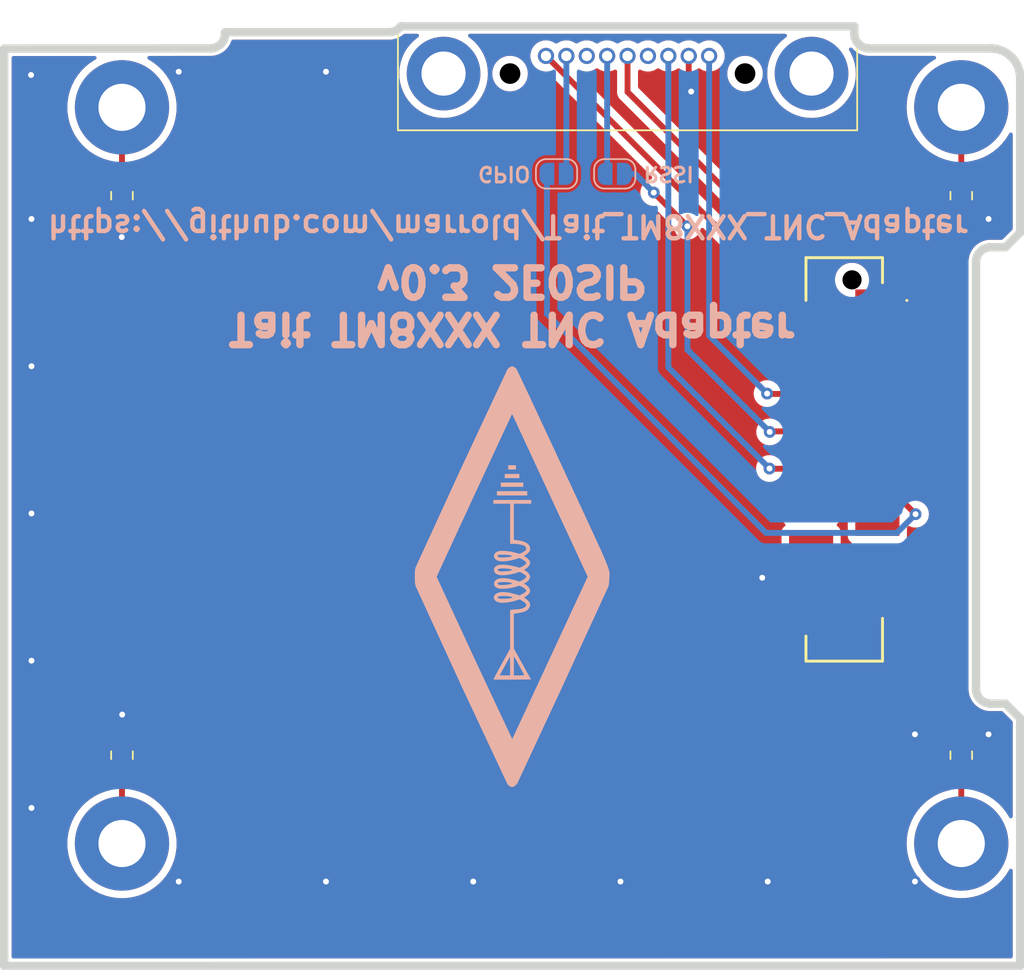
<source format=kicad_pcb>
(kicad_pcb (version 20211014) (generator pcbnew)
  (layers (0 "F.Cu" signal) (31 "B.Cu" signal) (34 "B.Paste" user) (35 "F.Paste" user) (36 "B.SilkS" user "B.Silkscreen") (37 "F.SilkS" user "F.Silkscreen") (38 "B.Mask" user) (39 "F.Mask" user) (44 "Edge.Cuts" user))
  (net 0 "")
  (net 1 "/GPIO")
  (net 2 "GND")
  (net 3 "Net-(J1-Pad9)")
  (net 4 "/RX_AUDIO")
  (net 5 "/TX_AUDIO")
  (net 6 "/PTT")
  (net 7 "/BUSY")
  (net 10 "Net-(C4-Pad1)")
  (net 11 "Net-(C5-Pad1)")
  (net 12 "Net-(C6-Pad1)")
  (net 13 "Net-(C7-Pad1)")
  (net 20 "Net-(J1-Pad8)")
  (net 22 "/RSSI")
  (footprint "AliExpress_Stuff:DB9_Ultra-Thin_Male" (layer "F.Cu") (at 188.211525 51.35693)
    (fp_text reference "J1" hide)
    (fp_text value "DB9_Male")
  )
  (footprint "MountingHole:MountingHole_3.2mm_M3_Pad" (layer "F.Cu") (at 210.876503 53.647987)
    (fp_text reference "H4" hide)
    (fp_text value "MountingHole_Pad" hide)
  )
  (footprint "MountingHole:MountingHole_3.2mm_M3_Pad" (layer "F.Cu") (at 153.876015 103.647461)
    (fp_text reference "H2" hide)
    (fp_text value "MountingHole_Pad" hide)
  )
  (footprint "Capacitor_SMD:C_0805_2012Metric_Pad1.18x1.45mm_HandSolder" (layer "F.Cu") (at 210.876503 59.647987 -90)
    (fp_text reference "C7" hide)
    (fp_text value "C")
  )
  (footprint "MountingHole:MountingHole_3.2mm_M3_Pad" (layer "F.Cu") (at 210.876503 103.647461)
    (fp_text reference "H3" hide)
    (fp_text value "MountingHole_Pad" hide)
  )
  (footprint "Capacitor_SMD:C_0805_2012Metric_Pad1.18x1.45mm_HandSolder" (layer "F.Cu") (at 153.876015 59.647987 -90)
    (fp_text reference "C4" hide)
    (fp_text value "C")
  )
  (footprint "Capacitor_SMD:C_0805_2012Metric_Pad1.18x1.45mm_HandSolder" (layer "F.Cu") (at 153.876015 97.647461 90)
    (fp_text reference "C5" hide)
    (fp_text value "C")
  )
  (footprint "Capacitor_SMD:C_0805_2012Metric_Pad1.18x1.45mm_HandSolder" (layer "F.Cu") (at 210.876503 97.647461 90)
    (fp_text reference "C6" hide)
    (fp_text value "C")
  )
  (footprint "MountingHole:MountingHole_3.2mm_M3_Pad" (layer "F.Cu") (at 153.876015 53.647987)
    (fp_text reference "H1" hide)
    (fp_text value "MountingHole_Pad" hide)
  )
  (footprint "AliExpress_Stuff:MicroMatch-18p-SMD" (layer "F.Cu") (at 202.927681 77.559528 -90)
    (fp_text reference "J2" hide)
    (fp_text value "Conn_02x09_Odd_Even" hide)
  )
  (footprint "Jumper:SolderJumper-2_P1.3mm_Open_RoundedPad1.0x1.5mm" (layer "B.Cu") (at 183.388 58.166)
    (fp_text reference "JP1" hide)
    (fp_text value "SolderJumper_2_Open")
  )
  (footprint "Jumper:SolderJumper-2_P1.3mm_Open_RoundedPad1.0x1.5mm" (layer "B.Cu") (at 187.34 58.166)
    (fp_text reference "JP2" hide)
    (fp_text value "SolderJumper_2_Open")
  )
  (gr_poly (pts (xy 179.871514 78.545772) (xy 180.866267 78.545772) (xy 180.866267 78.831846) (xy 179.871514 78.831846)) (layer "B.SilkS") (width 0) (fill solid))
  (gr_poly (pts (xy 179.604946 79.13092) (xy 181.132834 79.13092) (xy 181.132834 79.423496) (xy 179.604946 79.423496)) (layer "B.SilkS") (width 0) (fill solid))
  (gr_poly (pts (xy 179.338377 79.71607) (xy 181.399402 79.71607) (xy 181.399402 80.008644) (xy 179.338377 80.008644)) (layer "B.SilkS") (width 0) (fill solid))
  (gr_poly (pts (xy 180.368796 99.810664) (xy 180.357359 99.809848) (xy 180.345752 99.808444) (xy 180.322102 99.803914) (xy 180.297994 99.797158) (xy 180.273576 99.788261) (xy 180.248997 99.777304) (xy 180.224404 99.764374) (xy 180.199946 99.749552) (xy 180.175772 99.732924) (xy 180.152028 99.714574) (xy 180.128865 99.694584) (xy 180.106429 99.673039) (xy 180.084869 99.650023) (xy 180.064334 99.625619) (xy 180.044971 99.599912) (xy 176.909788 92.903785) (xy 173.81725 86.164871) (xy 173.809169 86.13495) (xy 173.8019 86.1059) (xy 173.795401 86.077251) (xy 173.789635 86.048532) (xy 173.784559 86.019276) (xy 173.780135 85.989012) (xy 173.776322 85.957272) (xy 173.773081 85.923585) (xy 173.770371 85.887483) (xy 173.768152 85.848496) (xy 173.766384 85.806155) (xy 173.765027 85.75999) (xy 173.763387 85.654312) (xy 173.762912 85.527708) (xy 173.763387 85.401103) (xy 173.765027 85.295425) (xy 173.768152 85.206919) (xy 173.773081 85.13183) (xy 173.780135 85.066403) (xy 173.789635 85.006884) (xy 173.8019 84.949516) (xy 173.81725 84.890546) (xy 176.910777 78.149519) (xy 180.04755 71.451913) (xy 180.062445 71.432477) (xy 180.079389 71.413024) (xy 180.098109 71.393728) (xy 180.118336 71.374765) (xy 180.139797 71.356311) (xy 180.162221 71.338541) (xy 180.185338 71.321631) (xy 180.208875 71.305756) (xy 180.232561 71.291091) (xy 180.256126 71.277813) (xy 180.279297 71.266096) (xy 180.301803 71.256116) (xy 180.323374 71.248048) (xy 180.343738 71.242068) (xy 180.353382 71.239916) (xy 180.362623 71.238351) (xy 180.371426 71.237397) (xy 180.379758 71.237073) (xy 180.384069 71.237323) (xy 180.389182 71.238056) (xy 180.39503 71.239248) (xy 180.401549 71.240874) (xy 180.408671 71.242909) (xy 180.416332 71.245328) (xy 180.424466 71.248107) (xy 180.433007 71.251221) (xy 180.441888 71.254646) (xy 180.451045 71.258357) (xy 180.460411 71.262328) (xy 180.469921 71.266536) (xy 180.479509 71.270956) (xy 180.489109 71.275562) (xy 180.498655 71.280331) (xy 180.508081 71.285238) (xy 180.508081 71.285242) (xy 180.517716 71.290674) (xy 180.527876 71.296989) (xy 180.538473 71.304107) (xy 180.549422 71.311953) (xy 180.560635 71.32045) (xy 180.572026 71.329521) (xy 180.583509 71.33909) (xy 180.594997 71.34908) (xy 180.606404 71.359413) (xy 180.617643 71.370013) (xy 180.628629 71.380804) (xy 180.639273 71.391709) (xy 180.649491 71.402651) (xy 180.659195 71.413553) (xy 180.668299 71.424338) (xy 180.676717 71.43493) (xy 180.948851 71.99527) (xy 181.632136 73.445896) (xy 183.819646 78.138202) (xy 185.787773 82.378821) (xy 186.357482 83.623457) (xy 186.714698 84.435706) (xy 186.907231 84.929113) (xy 186.98289 85.217223) (xy 186.989483 85.413582) (xy 186.981741 85.528754) (xy 185.502832 85.528754) (xy 183.045497 80.235885) (xy 180.480311 74.709384) (xy 180.44553 74.634475) (xy 180.418653 74.578538) (xy 180.407706 74.557121) (xy 180.398169 74.53977) (xy 180.389853 74.52626) (xy 180.38257 74.516367) (xy 180.376131 74.509864) (xy 180.373168 74.507813) (xy 180.370346 74.506526) (xy 180.367641 74.505973) (xy 180.365029 74.506127) (xy 180.362486 74.50696) (xy 180.359989 74.508443) (xy 180.355038 74.513247) (xy 180.349988 74.520315) (xy 180.34465 74.52942) (xy 180.338835 74.540338) (xy 177.775621 80.053318) (xy 175.246027 85.527711) (xy 177.806087 91.066405) (xy 180.379192 96.54871) (xy 181.142104 94.918852) (xy 182.950288 91.02863) (xy 185.502832 85.528754) (xy 186.981741 85.528754) (xy 186.974818 85.631736) (xy 186.971041 85.720691) (xy 186.966132 85.805522) (xy 186.960183 85.885335) (xy 186.953289 85.959237) (xy 186.945541 86.026335) (xy 186.937032 86.085736) (xy 186.927855 86.136547) (xy 186.918102 86.177874) (xy 183.902576 92.737826) (xy 180.760369 99.488708) (xy 180.742782 99.520492) (xy 180.724256 99.551052) (xy 180.704874 99.580309) (xy 180.684717 99.60819) (xy 180.663869 99.634619) (xy 180.642411 99.659519) (xy 180.620427 99.682816) (xy 180.597999 99.704433) (xy 180.575209 99.724296) (xy 180.552139 99.742327) (xy 180.528872 99.758453) (xy 180.505491 99.772596) (xy 180.482078 99.784682) (xy 180.458716 99.794635) (xy 180.435486 99.802379) (xy 180.412472 99.807839) (xy 180.401901 99.809479) (xy 180.391085 99.81049) (xy 180.380044 99.810881)) (layer "B.SilkS") (width 0) (fill solid))
  (gr_poly (pts (xy 180.105574 77.95412) (xy 180.632207 77.95412) (xy 180.632207 78.246696) (xy 180.105574 78.246696)) (layer "B.SilkS") (width 0) (fill solid))
  (gr_poly (pts (xy 179.487404 92.517129) (xy 179.209549 92.513954) (xy 179.132231 92.511424) (xy 179.103014 92.508303) (xy 179.102918 92.506098) (xy 179.104308 92.501233) (xy 179.111407 92.483793) (xy 179.141879 92.419964) (xy 179.192143 92.321141) (xy 179.259914 92.191652) (xy 179.342906 92.035821) (xy 179.438832 91.857976) (xy 179.660345 91.453545) (xy 180.234198 90.41531) (xy 180.234198 87.788577) (xy 180.349132 87.76559) (xy 180.376119 87.760973) (xy 180.408831 87.756665) (xy 180.446014 87.752761) (xy 180.486414 87.749356) (xy 180.528775 87.746543) (xy 180.571842 87.744417) (xy 180.614362 87.743073) (xy 180.655077 87.742604) (xy 180.700468 87.741603) (xy 180.746917 87.738679) (xy 180.794016 87.733951) (xy 180.841357 87.727537) (xy 180.888529 87.719555) (xy 180.935124 87.710124) (xy 180.980733 87.699361) (xy 181.024946 87.687385) (xy 181.067354 87.674315) (xy 181.107549 87.660268) (xy 181.145122 87.645363) (xy 181.179662 87.629718) (xy 181.210761 87.613452) (xy 181.23801 87.596683) (xy 181.260999 87.579528) (xy 181.279321 87.562108) (xy 181.288878 87.551095) (xy 181.297524 87.540173) (xy 181.305254 87.52933) (xy 181.312064 87.518556) (xy 181.317947 87.507841) (xy 181.322899 87.497172) (xy 181.326914 87.486539) (xy 181.329988 87.475932) (xy 181.332114 87.46534) (xy 181.333289 87.45475) (xy 181.333507 87.444154) (xy 181.332762 87.433539) (xy 181.33105 87.422896) (xy 181.328365 87.412212) (xy 181.324702 87.401478) (xy 181.320056 87.390681) (xy 181.314423 87.379813) (xy 181.307796 87.368861) (xy 181.30017 87.357814) (xy 181.291541 87.346663) (xy 181.281903 87.335395) (xy 181.271251 87.324) (xy 181.25958 87.312468) (xy 181.246885 87.300787) (xy 181.233161 87.288946) (xy 181.218402 87.276935) (xy 181.202603 87.264743) (xy 181.185759 87.252358) (xy 181.148917 87.226969) (xy 181.107832 87.20068) (xy 180.896489 87.069786) (xy 180.629707 87.147483) (xy 180.480612 87.188508) (xy 180.337759 87.222986) (xy 180.20143 87.250941) (xy 180.071908 87.272395) (xy 179.949475 87.28737) (xy 179.834413 87.295888) (xy 179.727005 87.297972) (xy 179.627533 87.293644) (xy 179.536279 87.282925) (xy 179.453525 87.265839) (xy 179.379554 87.242408) (xy 179.314648 87.212653) (xy 179.259088 87.176598) (xy 179.234902 87.156215) (xy 179.213158 87.134264) (xy 179.193893 87.11075) (xy 179.17714 87.085674) (xy 179.162936 87.05904) (xy 179.151316 87.03085) (xy 179.146434 87.0162) (xy 179.14228 87.001703) (xy 179.138851 86.987361) (xy 179.136146 86.973177) (xy 179.134165 86.959153) (xy 179.132905 86.94529) (xy 179.132367 86.931592) (xy 179.13255 86.918059) (xy 179.133451 86.904694) (xy 179.13507 86.891499) (xy 179.137406 86.878476) (xy 179.140457 86.865627) (xy 179.144224 86.852955) (xy 179.148704 86.840461) (xy 179.153896 86.828147) (xy 179.1598 86.816016) (xy 179.166415 86.80407) (xy 179.173739 86.79231) (xy 179.181771 86.780738) (xy 179.19051 86.769358) (xy 179.199955 86.75817) (xy 179.210105 86.747178) (xy 179.220959 86.736382) (xy 179.232516 86.725785) (xy 179.244774 86.71539) (xy 179.257734 86.705198) (xy 179.28575 86.685432) (xy 179.316556 86.666503) (xy 179.350143 86.648429) (xy 179.399736 86.626055) (xy 179.452837 86.607231) (xy 179.509554 86.591964) (xy 179.569997 86.580261) (xy 179.634274 86.572127) (xy 179.702495 86.567568) (xy 179.774767 86.56659) (xy 179.8512 86.569201) (xy 179.931904 86.575404) (xy 180.016986 86.585208) (xy 180.106556 86.598618) (xy 180.200722 86.615639) (xy 180.299594 86.636279) (xy 180.403281 86.660543) (xy 180.51189 86.688437) (xy 180.625533 86.719967) (xy 180.888141 86.795342) (xy 181.082281 86.689703) (xy 181.12683 86.664928) (xy 181.16663 86.641599) (xy 181.20178 86.619562) (xy 181.232379 86.598662) (xy 181.258526 86.578742) (xy 181.280322 86.559649) (xy 181.289619 86.550363) (xy 181.297866 86.541226) (xy 181.305075 86.532217) (xy 181.311258 86.523318) (xy 181.316427 86.514509) (xy 181.320596 86.50577) (xy 181.323777 86.497082) (xy 181.325981 86.488426) (xy 181.327223 86.479783) (xy 181.327513 86.471132) (xy 181.326865 86.462454) (xy 181.32529 86.453731) (xy 181.322802 86.444942) (xy 181.319413 86.436069) (xy 181.315135 86.427091) (xy 181.309981 86.41799) (xy 181.303963 86.408745) (xy 181.297094 86.399338) (xy 181.28085 86.37996) (xy 181.272622 86.371389) (xy 181.262873 86.362171) (xy 181.251727 86.35239) (xy 181.239311 86.342133) (xy 181.22575 86.331484) (xy 181.211168 86.32053) (xy 181.195691 86.309356) (xy 181.179443 86.298047) (xy 181.162551 86.28669) (xy 181.145139 86.275369) (xy 181.127332 86.26417) (xy 181.109256 86.25318) (xy 181.091035 86.242483) (xy 181.072795 86.232165) (xy 181.054661 86.222311) (xy 181.036758 86.213008) (xy 180.981477 86.185482) (xy 180.958075 86.174512) (xy 180.936934 86.165351) (xy 180.917632 86.15796) (xy 180.899746 86.1523) (xy 180.891202 86.150107) (xy 180.882854 86.148331) (xy 180.874648 86.146969) (xy 180.866531 86.146015) (xy 180.858452 86.145464) (xy 180.850357 86.145312) (xy 180.842192 86.145552) (xy 180.833907 86.146182) (xy 180.816759 86.148586) (xy 180.798489 86.152485) (xy 180.778677 86.15784) (xy 180.756897 86.164612) (xy 180.705748 86.182247) (xy 180.618287 86.211151) (xy 180.526264 86.237494) (xy 180.430737 86.26119) (xy 180.332765 86.282155) (xy 180.233408 86.300305) (xy 180.133724 86.315556) (xy 180.034772 86.327823) (xy 179.937612 86.337022) (xy 179.843303 86.343068) (xy 179.752903 86.345878) (xy 179.667472 86.345367) (xy 179.588068 86.34145) (xy 179.515751 86.334044) (xy 179.45158 86.323064) (xy 179.396613 86.308425) (xy 179.35191 86.290044) (xy 179.330945 86.278716) (xy 179.311034 86.266968) (xy 179.29218 86.254817) (xy 179.274388 86.242277) (xy 179.257661 86.229366) (xy 179.242004 86.216098) (xy 179.227422 86.202491) (xy 179.213918 86.18856) (xy 179.201496 86.17432) (xy 179.19016 86.159789) (xy 179.179916 86.144981) (xy 179.170766 86.129913) (xy 179.162715 86.114601) (xy 179.155767 86.09906) (xy 179.149927 86.083308) (xy 179.145197 86.067358) (xy 179.141584 86.051229) (xy 179.13909 86.034935) (xy 179.13772 86.018493) (xy 179.137478 86.001918) (xy 179.138369 85.985226) (xy 179.140395 85.968434) (xy 179.143562 85.951557) (xy 179.147874 85.934612) (xy 179.153335 85.917613) (xy 179.159948 85.900578) (xy 179.167718 85.883523) (xy 179.17665 85.866462) (xy 179.186747 85.849412) (xy 179.198014 85.83239) (xy 179.210454 85.81541) (xy 179.224073 85.79849) (xy 179.242534 85.778187) (xy 179.262695 85.759126) (xy 179.284542 85.741308) (xy 179.308062 85.724732) (xy 179.33324 85.7094) (xy 179.360063 85.695312) (xy 179.388516 85.682467) (xy 179.418586 85.670866) (xy 179.450258 85.66051) (xy 179.483519 85.651399) (xy 179.518355 85.643534) (xy 179.554751 85.636913) (xy 179.592695 85.631539) (xy 179.632171 85.62741) (xy 179.715668 85.622893) (xy 179.805129 85.623365) (xy 179.900443 85.628828) (xy 180.001499 85.639284) (xy 180.108185 85.654737) (xy 180.220391 85.675189) (xy 180.338003 85.700643) (xy 180.460912 85.7311) (xy 180.589006 85.766565) (xy 180.888644 85.853646) (xy 181.048741 85.772245) (xy 181.082371 85.754267) (xy 181.116586 85.734353) (xy 181.150434 85.713164) (xy 181.182963 85.69136) (xy 181.213221 85.669601) (xy 181.240256 85.648548) (xy 181.252268 85.638493) (xy 181.263117 85.628862) (xy 181.272683 85.619737) (xy 181.280849 85.611202) (xy 181.289241 85.60161) (xy 181.296843 85.592244) (xy 181.303642 85.58308) (xy 181.309625 85.574098) (xy 181.314778 85.565274) (xy 181.319086 85.556588) (xy 181.322537 85.548017) (xy 181.325116 85.539539) (xy 181.326809 85.531133) (xy 181.327604 85.522776) (xy 181.327485 85.514447) (xy 181.32644 85.506123) (xy 181.324454 85.497783) (xy 181.321514 85.489405) (xy 181.317606 85.480967) (xy 181.312716 85.472446) (xy 181.306831 85.463822) (xy 181.299935 85.455072) (xy 181.292017 85.446173) (xy 181.283062 85.437105) (xy 181.273056 85.427846) (xy 181.261985 85.418372) (xy 181.249836 85.408664) (xy 181.236595 85.398697) (xy 181.222248 85.388451) (xy 181.206782 85.377904) (xy 181.190181 85.367034) (xy 181.172434 85.355818) (xy 181.133443 85.332264) (xy 181.089697 85.307065) (xy 180.900837 85.200367) (xy 180.650269 85.27372) (xy 180.535597 85.305691) (xy 180.422954 85.33394) (xy 180.31275 85.35845) (xy 180.205395 85.379204) (xy 180.101302 85.396186) (xy 180.00088 85.409378) (xy 179.904541 85.418765) (xy 179.812695 85.424328) (xy 179.725754 85.426052) (xy 179.644128 85.42392) (xy 179.568228 85.417915) (xy 179.498466 85.40802) (xy 179.435251 85.394218) (xy 179.378996 85.376493) (xy 179.33011 85.354828) (xy 179.289005 85.329206) (xy 179.269517 85.313942) (xy 179.251356 85.298184) (xy 179.234521 85.28197) (xy 179.219011 85.265337) (xy 179.204822 85.248325) (xy 179.191953 85.230971) (xy 179.180404 85.213312) (xy 179.170171 85.195387) (xy 179.161253 85.177233) (xy 179.153648 85.158889) (xy 179.147354 85.140392) (xy 179.142371 85.12178) (xy 179.138694 85.103092) (xy 179.136324 85.084365) (xy 179.135258 85.065636) (xy 179.135495 85.046945) (xy 179.137032 85.028328) (xy 179.139867 85.009824) (xy 179.144 84.991471) (xy 179.149428 84.973307) (xy 179.156149 84.955369) (xy 179.164161 84.937695) (xy 179.173464 84.920324) (xy 179.184054 84.903293) (xy 179.195931 84.88664) (xy 179.209091 84.870403) (xy 179.223535 84.85462) (xy 179.239259 84.839329) (xy 179.256262 84.824568) (xy 179.274542 84.810375) (xy 179.294097 84.796787) (xy 179.314926 84.783843) (xy 179.333714 84.773662) (xy 179.354142 84.764212) (xy 179.399736 84.747499) (xy 179.451339 84.733692) (xy 179.508584 84.722783) (xy 179.571101 84.714761) (xy 179.638522 84.709618) (xy 179.710478 84.707344) (xy 179.7866 84.707929) (xy 179.86652 84.711364) (xy 179.94987 84.71764) (xy 180.03628 84.726746) (xy 180.125382 84.738674) (xy 180.216807 84.753414) (xy 180.310187 84.770956) (xy 180.405153 84.791291) (xy 180.501336 84.81441) (xy 180.897201 84.914767) (xy 181.086811 84.811554) (xy 181.130563 84.787196) (xy 181.169657 84.764225) (xy 181.204187 84.74249) (xy 181.234247 84.721843) (xy 181.259933 84.702133) (xy 181.281339 84.683209) (xy 181.290467 84.673995) (xy 181.29856 84.664922) (xy 181.305631 84.65597) (xy 181.311691 84.647122) (xy 181.316752 84.638357) (xy 181.320825 84.629658) (xy 181.323924 84.621006) (xy 181.326059 84.612381) (xy 181.327243 84.603766) (xy 181.327487 84.595141) (xy 181.326803 84.586487) (xy 181.325204 84.577787) (xy 181.322699 84.56902) (xy 181.319303 84.560169) (xy 181.315026 84.551215) (xy 181.309881 84.542138) (xy 181.303879 84.532921) (xy 181.297031 84.523543) (xy 181.280849 84.504235) (xy 181.272636 84.495672) (xy 181.26293 84.486477) (xy 181.251856 84.476732) (xy 181.239537 84.466524) (xy 181.226097 84.455937) (xy 181.211659 84.445056) (xy 181.196348 84.433966) (xy 181.180286 84.422751) (xy 181.163598 84.411497) (xy 181.146407 84.400289) (xy 181.128837 84.38921) (xy 181.111011 84.378347) (xy 181.093054 84.367783) (xy 181.075089 84.357605) (xy 181.057239 84.347895) (xy 181.039628 84.338741) (xy 180.870419 84.252929) (xy 180.592136 84.341302) (xy 180.518644 84.363557) (xy 180.44382 84.38413) (xy 180.368105 84.402969) (xy 180.291941 84.420023) (xy 180.215768 84.435242) (xy 180.14003 84.448575) (xy 180.065168 84.45997) (xy 179.991622 84.469376) (xy 179.919836 84.476743) (xy 179.85025 84.48202) (xy 179.783307 84.485156) (xy 179.719447 84.486099) (xy 179.659112 84.484798) (xy 179.602745 84.481204) (xy 179.550787 84.475264) (xy 179.503678 84.466928) (xy 179.466302 84.457883) (xy 179.430821 84.447242) (xy 179.397257 84.435095) (xy 179.36563 84.421529) (xy 179.335963 84.406634) (xy 179.308275 84.390497) (xy 179.282588 84.373207) (xy 179.258922 84.354854) (xy 179.237299 84.335525) (xy 179.21774 84.315309) (xy 179.200265 84.294295) (xy 179.184895 84.272571) (xy 179.171652 84.250225) (xy 179.160556 84.227348) (xy 179.151628 84.204026) (xy 179.14489 84.180348) (xy 179.140361 84.156404) (xy 179.138064 84.132281) (xy 179.138019 84.108069) (xy 179.140247 84.083855) (xy 179.144769 84.059729) (xy 179.151606 84.035778) (xy 179.160779 84.012092) (xy 179.172309 83.98876) (xy 179.186216 83.965868) (xy 179.202523 83.943508) (xy 179.221249 83.921765) (xy 179.242416 83.900731) (xy 179.266044 83.880492) (xy 179.292155 83.861138) (xy 179.32077 83.842757) (xy 179.351909 83.825437) (xy 179.372458 83.81589) (xy 179.395371 83.80724) (xy 179.447917 83.792605) (xy 179.508798 83.781475) (xy 179.577268 83.773793) (xy 179.652579 83.769503) (xy 179.733984 83.768546) (xy 179.820734 83.770867) (xy 179.912082 83.776407) (xy 180.007281 83.78511) (xy 180.105584 83.796919) (xy 180.206242 83.811777) (xy 180.308508 83.829626) (xy 180.411634 83.85041) (xy 180.514874 83.874071) (xy 180.617479 83.900553) (xy 180.718702 83.929798) (xy 180.774493 83.94632) (xy 180.79808 83.952574) (xy 180.819417 83.957401) (xy 180.838971 83.960734) (xy 180.848225 83.96182) (xy 180.857208 83.962507) (xy 180.865979 83.962788) (xy 180.874597 83.962655) (xy 180.883118 83.962098) (xy 180.891602 83.961109) (xy 180.900108 83.959681) (xy 180.908693 83.957805) (xy 180.917415 83.955473) (xy 180.926334 83.952675) (xy 180.944994 83.945654) (xy 180.965139 83.936674) (xy 180.987236 83.92567) (xy 181.011752 83.912574) (xy 181.069909 83.879844) (xy 181.106916 83.858084) (xy 181.143345 83.835489) (xy 181.178263 83.812717) (xy 181.210735 83.790427) (xy 181.239829 83.769279) (xy 181.264611 83.749929) (xy 181.275093 83.741135) (xy 181.284147 83.733037) (xy 181.291656 83.725719) (xy 181.297504 83.719263) (xy 181.303703 83.711189) (xy 181.309208 83.702766) (xy 181.31403 83.694023) (xy 181.318177 83.684985) (xy 181.32166 83.675682) (xy 181.324486 83.666141) (xy 181.326666 83.65639) (xy 181.328209 83.646456) (xy 181.329124 83.636367) (xy 181.329421 83.62615) (xy 181.329109 83.615834) (xy 181.328197 83.605446) (xy 181.326694 83.595013) (xy 181.32461 83.584564) (xy 181.321955 83.574125) (xy 181.318737 83.563726) (xy 181.314966 83.553392) (xy 181.310651 83.543153) (xy 181.305802 83.533036) (xy 181.300427 83.523067) (xy 181.294537 83.513276) (xy 181.28814 83.50369) (xy 181.281246 83.494336) (xy 181.273864 83.485242) (xy 181.266004 83.476436) (xy 181.257675 83.467946) (xy 181.248886 83.459798) (xy 181.239646 83.452021) (xy 181.229965 83.444643) (xy 181.219852 83.437691) (xy 181.209317 83.431193) (xy 181.198368 83.425176) (xy 181.170354 83.412067) (xy 181.137731 83.399228) (xy 181.100949 83.38674) (xy 181.060455 83.374681) (xy 181.016698 83.363131) (xy 180.970125 83.352169) (xy 180.921184 83.341875) (xy 180.870324 83.332328) (xy 180.817993 83.323606) (xy 180.764638 83.31579) (xy 180.710708 83.308959) (xy 180.656652 83.303192) (xy 180.602916 83.298569) (xy 180.549949 83.295168) (xy 180.498199 83.293069) (xy 180.448114 83.292352) (xy 180.234197 83.292352) (xy 180.234197 80.570714) (xy 179.094051 80.570714) (xy 179.094051 80.313262) (xy 181.668573 80.313262) (xy 181.668574 80.441986) (xy 181.668574 80.570713) (xy 180.491649 80.570713) (xy 180.491649 83.0186) (xy 180.800118 83.060663) (xy 180.893154 83.075274) (xy 180.98081 83.092967) (xy 181.063 83.113681) (xy 181.139639 83.137354) (xy 181.21064 83.163925) (xy 181.275918 83.193332) (xy 181.335387 83.225514) (xy 181.38896 83.260409) (xy 181.436553 83.297956) (xy 181.478079 83.338093) (xy 181.49654 83.359113) (xy 181.513452 83.380758) (xy 181.528804 83.40302) (xy 181.542586 83.425891) (xy 181.554786 83.449363) (xy 181.565395 83.473429) (xy 181.574401 83.498081) (xy 181.581794 83.523311) (xy 181.587562 83.549112) (xy 181.591696 83.575476) (xy 181.594184 83.602395) (xy 181.595016 83.629861) (xy 181.594725 83.651336) (xy 181.593806 83.671424) (xy 181.592189 83.690281) (xy 181.589801 83.708063) (xy 181.586574 83.724926) (xy 181.582437 83.741027) (xy 181.577319 83.756521) (xy 181.571149 83.771564) (xy 181.563858 83.786313) (xy 181.555374 83.800923) (xy 181.545627 83.815551) (xy 181.534547 83.830352) (xy 181.522063 83.845483) (xy 181.508105 83.8611) (xy 181.492602 83.877358) (xy 181.475484 83.894414) (xy 181.449613 83.919024) (xy 181.421883 83.944287) (xy 181.393158 83.969483) (xy 181.364302 83.993896) (xy 181.336178 84.016809) (xy 181.309652 84.037503) (xy 181.285585 84.055261) (xy 181.264844 84.069366) (xy 181.193888 84.114824) (xy 180.371364 84.114824) (xy 180.371238 84.113854) (xy 180.370938 84.112889) (xy 180.370461 84.111928) (xy 180.369801 84.110968) (xy 180.368955 84.110009) (xy 180.367917 84.109047) (xy 180.366683 84.108082) (xy 180.365248 84.10711) (xy 180.36176 84.105142) (xy 180.357417 84.103127) (xy 180.352182 84.10105) (xy 180.34602 84.098896) (xy 180.338894 84.096649) (xy 180.330769 84.094294) (xy 180.321609 84.091816) (xy 180.311378 84.089199) (xy 180.287558 84.083487) (xy 180.259023 84.077035) (xy 180.225485 84.069722) (xy 180.142249 84.052019) (xy 180.115724 84.047625) (xy 180.081146 84.043788) (xy 179.992798 84.037796) (xy 179.887132 84.034067) (xy 179.774075 84.032627) (xy 179.663552 84.0335) (xy 179.565491 84.036711) (xy 179.489817 84.042287) (xy 179.463478 84.045968) (xy 179.446459 84.05025) (xy 179.446459 84.050254) (xy 179.439021 84.053362) (xy 179.43212 84.056756) (xy 179.425755 84.060417) (xy 179.419924 84.064325) (xy 179.414623 84.068461) (xy 179.409851 84.072804) (xy 179.405605 84.077335) (xy 179.401883 84.082035) (xy 179.398683 84.086882) (xy 179.396002 84.091859) (xy 179.393837 84.096945) (xy 179.392187 84.10212) (xy 179.391049 84.107364) (xy 179.390421 84.112658) (xy 179.3903 84.117983) (xy 179.390684 84.123318) (xy 179.391571 84.128643) (xy 179.392958 84.13394) (xy 179.394843 84.139187) (xy 179.397224 84.144367) (xy 179.400098 84.149457) (xy 179.403463 84.15444) (xy 179.407317 84.159296) (xy 179.411656 84.164004) (xy 179.41648 84.168544) (xy 179.421785 84.172898) (xy 179.42757 84.177045) (xy 179.433831 84.180966) (xy 179.440566 84.184641) (xy 179.447774 84.18805) (xy 179.455452 84.191174) (xy 179.463596 84.193992) (xy 179.499594 84.202823) (xy 179.544434 84.209615) (xy 179.596767 84.214453) (xy 179.655241 84.217423) (xy 179.718506 84.218609) (xy 179.785212 84.218098) (xy 179.923543 84.212322) (xy 180.05943 84.200779) (xy 180.12308 84.193057) (xy 180.182067 84.184149) (xy 180.23504 84.174141) (xy 180.28065 84.163117) (xy 180.317545 84.151163) (xy 180.344374 84.138364) (xy 180.353454 84.132679) (xy 180.357429 84.130073) (xy 180.36098 84.127604) (xy 180.364071 84.125258) (xy 180.366666 84.123019) (xy 180.368728 84.120872) (xy 180.369549 84.119827) (xy 180.370223 84.1188) (xy 180.370746 84.117788) (xy 180.371113 84.116789) (xy 180.371321 84.115802) (xy 180.371364 84.114824) (xy 181.193888 84.114824) (xy 181.173735 84.127735) (xy 181.288047 84.186847) (xy 181.317137 84.203146) (xy 181.345911 84.221692) (xy 181.374156 84.242218) (xy 181.401655 84.264456) (xy 181.428192 84.288139) (xy 181.453553 84.313) (xy 181.477521 84.338771) (xy 181.499881 84.365185) (xy 181.520418 84.391975) (xy 181.538916 84.418873) (xy 181.55516 84.445612) (xy 181.568933 84.471924) (xy 181.580021 84.497543) (xy 181.584491 84.510009) (xy 181.588208 84.522202) (xy 181.591146 84.534087) (xy 181.593278 84.545631) (xy 181.594577 84.556802) (xy 181.595016 84.567565) (xy 181.59393 84.592423) (xy 181.590689 84.617414) (xy 181.585318 84.642502) (xy 181.577842 84.667649) (xy 181.568287 84.692816) (xy 181.556677 84.717967) (xy 181.543038 84.743063) (xy 181.527395 84.768067) (xy 181.509773 84.792941) (xy 181.490198 84.817646) (xy 181.468694 84.842146) (xy 181.445287 84.866403) (xy 181.420002 84.890378) (xy 181.392865 84.914034) (xy 181.363899 84.937333) (xy 181.333131 84.960238) (xy 181.186954 85.065022) (xy 181.187263 85.065223) (xy 180.366878 85.065223) (xy 180.365978 85.060841) (xy 180.363348 85.056453) (xy 180.352797 85.047688) (xy 180.335024 85.038977) (xy 180.289226 85.023182) (xy 180.235411 85.009207) (xy 180.174956 84.997081) (xy 180.109238 84.986832) (xy 180.039636 84.978487) (xy 179.967526 84.972074) (xy 179.894287 84.967621) (xy 179.821296 84.965156) (xy 179.749931 84.964707) (xy 179.681569 84.966301) (xy 179.617588 84.969966) (xy 179.559366 84.97573) (xy 179.508279 84.983621) (xy 179.465706 84.993666) (xy 179.433024 85.005894) (xy 179.420823 85.012836) (xy 179.411612 85.020333) (xy 179.411613 85.020333) (xy 179.408803 85.023283) (xy 179.406225 85.026198) (xy 179.403879 85.029082) (xy 179.401767 85.031939) (xy 179.399891 85.034774) (xy 179.398252 85.037591) (xy 179.396851 85.040394) (xy 179.39569 85.043188) (xy 179.394771 85.045978) (xy 179.394094 85.048767) (xy 179.39366 85.05156) (xy 179.393473 85.054361) (xy 179.393532 85.057176) (xy 179.393839 85.060008) (xy 179.394397 85.062861) (xy 179.395205 85.06574) (xy 179.396266 85.06865) (xy 179.397581 85.071595) (xy 179.399151 85.074578) (xy 179.400978 85.077606) (xy 179.403063 85.080681) (xy 179.405408 85.083809) (xy 179.408014 85.086994) (xy 179.410883 85.090239) (xy 179.414015 85.093551) (xy 179.417413 85.096932) (xy 179.421078 85.100388) (xy 179.42501 85.103922) (xy 179.433686 85.111245) (xy 179.443451 85.118936) (xy 179.4548 85.126905) (xy 179.460791 85.13057) (xy 179.467033 85.134024) (xy 179.473556 85.137272) (xy 179.480391 85.140315) (xy 179.487568 85.143155) (xy 179.495117 85.145797) (xy 179.503068 85.148242) (xy 179.511452 85.150494) (xy 179.529636 85.154426) (xy 179.549913 85.157614) (xy 179.572524 85.160081) (xy 179.59771 85.161847) (xy 179.625712 85.162934) (xy 179.656773 85.163363) (xy 179.691133 85.163156) (xy 179.729036 85.162334) (xy 179.770721 85.160918) (xy 179.816431 85.15893) (xy 179.866407 85.156392) (xy 180.000505 85.147366) (xy 180.116277 85.135911) (xy 180.166783 85.129399) (xy 180.212097 85.122434) (xy 180.252018 85.115064) (xy 180.28634 85.107342) (xy 180.314862 85.099318) (xy 180.33738 85.091043) (xy 180.353691 85.082568) (xy 180.363591 85.073945) (xy 180.366074 85.069593) (xy 180.366878 85.065223) (xy 181.187263 85.065223) (xy 181.330832 85.158314) (xy 181.360794 85.178707) (xy 181.389215 85.199999) (xy 181.416041 85.222112) (xy 181.441218 85.244965) (xy 181.464692 85.268479) (xy 181.486409 85.292573) (xy 181.506314 85.317169) (xy 181.524353 85.342186) (xy 181.540473 85.367544) (xy 181.554619 85.393164) (xy 181.566737 85.418966) (xy 181.576773 85.44487) (xy 181.584673 85.470797) (xy 181.587805 85.483744) (xy 181.590383 85.496666) (xy 181.5924 85.509554) (xy 181.593849 85.522398) (xy 181.594723 85.535188) (xy 181.595016 85.547913) (xy 181.594577 85.558676) (xy 181.593278 85.569847) (xy 181.591146 85.581392) (xy 181.588208 85.593277) (xy 181.584491 85.605469) (xy 181.580021 85.617935) (xy 181.568933 85.643554) (xy 181.55516 85.669866) (xy 181.538916 85.696605) (xy 181.520418 85.723503) (xy 181.499881 85.750293) (xy 181.477521 85.776707) (xy 181.453553 85.802478) (xy 181.428192 85.827338) (xy 181.401655 85.851021) (xy 181.374156 85.87326) (xy 181.345911 85.893786) (xy 181.317137 85.912332) (xy 181.288047 85.928631) (xy 181.186432 85.98118) (xy 180.360642 85.98118) (xy 180.356157 85.974123) (xy 180.346973 85.966749) (xy 180.33458 85.959665) (xy 180.300944 85.946399) (xy 180.256813 85.934403) (xy 180.203748 85.923752) (xy 180.143311 85.914524) (xy 180.077065 85.906797) (xy 180.006572 85.900646) (xy 179.933393 85.896148) (xy 179.859091 85.893382) (xy 179.785228 85.892423) (xy 179.713367 85.893348) (xy 179.645068 85.896235) (xy 179.581895 85.90116) (xy 179.525409 85.908201) (xy 179.477173 85.917434) (xy 179.438748 85.928936) (xy 179.438747 85.928936) (xy 179.43254 85.931562) (xy 179.426761 85.934497) (xy 179.421408 85.937721) (xy 179.41648 85.941213) (xy 179.411976 85.944954) (xy 179.407895 85.948922) (xy 179.404236 85.953097) (xy 179.400997 85.95746) (xy 179.398178 85.961989) (xy 179.395777 85.966664) (xy 179.393794 85.971465) (xy 179.392226 85.976371) (xy 179.391073 85.981362) (xy 179.390334 85.986418) (xy 179.390007 85.991519) (xy 179.390092 85.996642) (xy 179.390587 86.00177) (xy 179.391492 86.00688) (xy 179.392804 86.011953) (xy 179.394523 86.016968) (xy 179.396647 86.021905) (xy 179.399176 86.026744) (xy 179.402108 86.031464) (xy 179.405443 86.036044) (xy 179.409178 86.040464) (xy 179.413314 86.044705) (xy 179.417848 86.048745) (xy 179.42278 86.052564) (xy 179.428108 86.056142) (xy 179.433831 86.059458) (xy 179.439948 86.062492) (xy 179.446459 86.065223) (xy 179.485649 86.075827) (xy 179.537669 86.083209) (xy 179.600275 86.087594) (xy 179.671223 86.089206) (xy 179.748267 86.08827) (xy 179.829163 86.085012) (xy 179.993533 86.072425) (xy 180.072517 86.063547) (xy 180.146374 86.053245) (xy 180.21286 86.041744) (xy 180.269731 86.029268) (xy 180.31474 86.016044) (xy 180.345644 86.002295) (xy 180.355105 85.995294) (xy 180.360198 85.988246) (xy 180.360642 85.98118) (xy 181.186432 85.98118) (xy 181.173735 85.987746) (xy 181.264844 86.046113) (xy 181.302507 86.071026) (xy 181.337886 86.096038) (xy 181.370982 86.121139) (xy 181.401794 86.146317) (xy 181.43032 86.171563) (xy 181.456559 86.196866) (xy 181.480511 86.222215) (xy 181.502175 86.2476) (xy 181.521549 86.273009) (xy 181.538633 86.298433) (xy 181.553427 86.323861) (xy 181.565928 86.349283) (xy 181.576137 86.374687) (xy 181.584051 86.400063) (xy 181.589671 86.425401) (xy 181.592996 86.45069) (xy 181.594024 86.475919) (xy 181.592754 86.501078) (xy 181.589186 86.526157) (xy 181.583319 86.551144) (xy 181.575152 86.576029) (xy 181.564684 86.600801) (xy 181.551913 86.625451) (xy 181.53684 86.649967) (xy 181.519463 86.674338) (xy 181.499782 86.698555) (xy 181.477794 86.722606) (xy 181.4535 86.746482) (xy 181.426899 86.770171) (xy 181.39799 86.793662) (xy 181.366771 86.816946) (xy 181.333242 86.840012) (xy 181.189127 86.935383) (xy 180.381313 86.935383) (xy 180.378803 86.926816) (xy 180.371473 86.918561) (xy 180.35963 86.91063) (xy 180.343575 86.903041) (xy 180.300049 86.888942) (xy 180.243326 86.876382) (xy 180.175839 86.865479) (xy 180.100019 86.856352) (xy 180.018296 86.849117) (xy 179.933103 86.843893) (xy 179.846871 86.840797) (xy 179.762031 86.839949) (xy 179.681014 86.841466) (xy 179.606252 86.845465) (xy 179.540177 86.852066) (xy 179.485219 86.861385) (xy 179.44381 86.873541) (xy 179.428946 86.88072) (xy 179.418381 86.888652) (xy 179.41838 86.888652) (xy 179.412191 86.89508) (xy 179.406833 86.901185) (xy 179.404467 86.904131) (xy 179.402309 86.907014) (xy 179.400359 86.909841) (xy 179.398618 86.912616) (xy 179.397085 86.915346) (xy 179.395761 86.918038) (xy 179.394645 86.920696) (xy 179.393738 86.923327) (xy 179.39304 86.925938) (xy 179.39255 86.928532) (xy 179.39227 86.931118) (xy 179.392198 86.933701) (xy 179.392336 86.936286) (xy 179.392683 86.938879) (xy 179.393239 86.941488) (xy 179.394004 86.944117) (xy 179.394979 86.946772) (xy 179.396163 86.94946) (xy 179.397557 86.952186) (xy 179.399161 86.954957) (xy 179.400974 86.957778) (xy 179.402997 86.960655) (xy 179.40523 86.963595) (xy 179.407672 86.966603) (xy 179.413188 86.972847) (xy 179.419544 86.979435) (xy 179.429529 86.986779) (xy 179.44388 86.993419) (xy 179.48445 87.004646) (xy 179.538799 87.013228) (xy 179.604469 87.019279) (xy 179.679004 87.022911) (xy 179.759946 87.024236) (xy 179.84484 87.023367) (xy 179.931227 87.020417) (xy 180.016653 87.015497) (xy 180.098659 87.008721) (xy 180.174789 87.000202) (xy 180.242586 86.990051) (xy 180.299594 86.978381) (xy 180.343356 86.965305) (xy 180.359502 86.958274) (xy 180.371415 86.950935) (xy 180.378787 86.9433) (xy 180.381313 86.935383) (xy 181.189127 86.935383) (xy 181.185433 86.937828) (xy 181.331151 87.043386) (xy 181.380771 87.081164) (xy 181.403639 87.10003) (xy 181.425215 87.118889) (xy 181.445502 87.137747) (xy 181.4645 87.15661) (xy 181.482212 87.175486) (xy 181.49864 87.194379) (xy 181.513784 87.213297) (xy 181.527648 87.232245) (xy 181.540233 87.251231) (xy 181.55154 87.270259) (xy 181.561572 87.289338) (xy 181.57033 87.308472) (xy 181.577817 87.327668) (xy 181.584033 87.346932) (xy 181.588982 87.366271) (xy 181.592664 87.385692) (xy 181.595081 87.405199) (xy 181.596236 87.4248) (xy 181.59613 87.444501) (xy 181.594764 87.464308) (xy 181.592142 87.484227) (xy 181.588264 87.504266) (xy 181.583133 87.524429) (xy 181.576749 87.544723) (xy 181.569116 87.565155) (xy 181.560235 87.585731) (xy 181.550107 87.606458) (xy 181.538735 87.62734) (xy 181.52612 87.648386) (xy 181.512264 87.6696) (xy 181.499735 87.687439) (xy 181.48683 87.704598) (xy 181.473488 87.7211) (xy 181.459649 87.736969) (xy 181.445256 87.752228) (xy 181.430247 87.766902) (xy 181.414564 87.781013) (xy 181.398147 87.794586) (xy 181.380938 87.807643) (xy 181.362875 87.820208) (xy 181.343901 87.832306) (xy 181.323956 87.843959) (xy 181.302979 87.855191) (xy 181.280913 87.866026) (xy 181.257697 87.876488) (xy 181.233272 87.886599) (xy 181.207578 87.896383) (xy 181.180557 87.905865) (xy 181.152149 87.915068) (xy 181.122294 87.924014) (xy 181.058006 87.941235) (xy 180.987219 87.957715) (xy 180.909457 87.973644) (xy 180.824245 87.98921) (xy 180.731108 88.004602) (xy 180.629571 88.020009) (xy 180.491649 88.040166) (xy 180.492726 89.22462) (xy 180.493803 90.409073) (xy 181.075506 91.457271) (xy 181.491476 92.206829) (xy 181.190448 92.206829) (xy 181.161418 92.145355) (xy 181.084759 91.998986) (xy 180.851143 91.566233) (xy 180.614779 91.137913) (xy 180.534684 90.997086) (xy 180.500844 90.943371) (xy 180.499907 90.946608) (xy 180.498997 90.956305) (xy 180.497274 90.993766) (xy 180.495712 91.053119) (xy 180.49435 91.131726) (xy 180.492374 91.336164) (xy 180.491649 91.585994) (xy 180.491649 91.598254) (xy 180.234197 91.598254) (xy 180.232949 91.354351) (xy 180.229553 91.156991) (xy 180.224526 91.026371) (xy 180.221563 90.9924) (xy 180.219998 90.984355) (xy 180.218388 90.982689) (xy 180.208404 90.998177) (xy 180.185928 91.036427) (xy 180.109232 91.171057) (xy 179.999764 91.366265) (xy 179.868989 91.60174) (xy 179.63339 92.031399) (xy 179.56172 92.164919) (xy 179.535398 92.217304) (xy 179.535854 92.217935) (xy 179.53721 92.218559) (xy 179.542529 92.219779) (xy 179.551174 92.220957) (xy 179.562967 92.222088) (xy 179.59528 92.22418) (xy 179.638034 92.226006) (xy 179.689795 92.227513) (xy 179.749132 92.228653) (xy 179.81461 92.229374) (xy 179.884797 92.229625) (xy 180.234197 92.229625) (xy 180.234197 91.598254) (xy 180.491649 91.598254) (xy 180.491649 92.229625) (xy 180.841049 92.229625) (xy 180.911236 92.22916) (xy 180.976714 92.227826) (xy 181.03605 92.225718) (xy 181.087812 92.222929) (xy 181.130566 92.219551) (xy 181.162878 92.21568) (xy 181.174671 92.213588) (xy 181.183317 92.211408) (xy 181.188635 92.209151) (xy 181.189991 92.207997) (xy 181.190448 92.206829) (xy 181.491476 92.206829) (xy 181.657209 92.50547) (xy 180.388373 92.515148) (xy 179.894404 92.517602)) (layer "B.SilkS") (width 0) (fill solid))
  (gr_line (start 212.533108 63.209019) (end 212.487728 63.22696) (layer "Edge.Cuts") (width 0.569539))
  (gr_line (start 212.105261 93.783143) (end 212.136726 93.81945) (layer "Edge.Cuts") (width 0.569539))
  (gr_line (start 214.876381 51.648014) (end 214.876381 51.648014) (layer "Edge.Cuts") (width 0.569539))
  (gr_line (start 212.724412 63.159749) (end 212.675246 63.168565) (layer "Edge.Cuts") (width 0.569539))
  (gr_line (start 160.615844 49.319747) (end 160.647324 49.283431) (layer "Edge.Cuts") (width 0.569539))
  (gr_line (start 214.87377 51.545374) (end 214.876381 51.648014) (layer "Edge.Cuts") (width 0.569539))
  (gr_line (start 204.565155 49.646814) (end 204.616493 49.64812) (layer "Edge.Cuts") (width 0.569539))
  (gr_line (start 204.273221 49.58724) (end 204.319643 49.603009) (layer "Edge.Cuts") (width 0.569539))
  (gr_line (start 160.077275 49.627685) (end 160.125571 49.616481) (layer "Edge.Cuts") (width 0.569539))
  (gr_line (start 213.876381 63.148197) (end 212.876381 63.148197) (layer "Edge.Cuts") (width 0.569539))
  (gr_line (start 211.955265 93.536298) (end 211.975329 93.580574) (layer "Edge.Cuts") (width 0.569539))
  (gr_line (start 204.616493 49.64812) (end 212.876381 49.64812) (layer "Edge.Cuts") (width 0.569539))
  (gr_line (start 203.621732 48.750107) (end 203.628108 48.80003) (layer "Edge.Cuts") (width 0.569539))
  (gr_line (start 214.478132 50.452784) (end 214.533988 50.531224) (layer "Edge.Cuts") (width 0.569539))
  (gr_line (start 211.887996 63.996167) (end 211.88162 64.046125) (layer "Edge.Cuts") (width 0.569539))
  (gr_line (start 160.731065 49.165827) (end 160.7552 49.123954) (layer "Edge.Cuts") (width 0.569539))
  (gr_line (start 160.7552 49.123954) (end 160.77734 49.080851) (layer "Edge.Cuts") (width 0.569539))
  (gr_line (start 211.888056 93.299601) (end 211.896871 93.348771) (layer "Edge.Cuts") (width 0.569539))
  (gr_line (start 214.355722 50.304567) (end 214.418668 50.37719) (layer "Edge.Cuts") (width 0.569539))
  (gr_line (start 172.806496 48.14693) (end 172.806496 48.14693) (layer "Edge.Cuts") (width 0.569539))
  (gr_line (start 203.661625 48.944848) (end 203.677382 48.991257) (layer "Edge.Cuts") (width 0.569539))
  (gr_line (start 204.464524 49.636555) (end 204.514478 49.642938) (layer "Edge.Cuts") (width 0.569539))
  (gr_line (start 203.616555 48.147937) (end 203.616555 48.147937) (layer "Edge.Cuts") (width 0.569539))
  (gr_line (start 211.921569 93.444492) (end 211.937324 93.490916) (layer "Edge.Cuts") (width 0.569539))
  (gr_line (start 172.402381 48.465003) (end 172.45488 48.440553) (layer "Edge.Cuts") (width 0.569539))
  (gr_line (start 203.616555 48.147937) (end 203.616555 48.648166) (layer "Edge.Cuts") (width 0.569539))
  (gr_line (start 211.921513 63.851276) (end 211.908006 63.898679) (layer "Edge.Cuts") (width 0.569539))
  (gr_line (start 212.67533 94.127202) (end 212.724504 94.136018) (layer "Edge.Cuts") (width 0.569539))
  (gr_line (start 211.896871 93.348771) (end 211.908064 93.397089) (layer "Edge.Cuts") (width 0.569539))
  (gr_line (start 213.469958 49.738299) (end 213.562795 49.769823) (layer "Edge.Cuts") (width 0.569539))
  (gr_line (start 160.125571 49.616481) (end 160.172957 49.602963) (layer "Edge.Cuts") (width 0.569539))
  (gr_line (start 213.993225 49.990492) (end 214.071669 50.046344) (layer "Edge.Cuts") (width 0.569539))
  (gr_line (start 212.136726 93.81945) (end 212.169869 93.854206) (layer "Edge.Cuts") (width 0.569539))
  (gr_line (start 212.278728 93.948535) (end 212.317947 93.976453) (layer "Edge.Cuts") (width 0.569539))
  (gr_line (start 212.358475 63.293265) (end 212.317898 63.319315) (layer "Edge.Cuts") (width 0.569539))
  (gr_line (start 172.555174 48.382995) (end 172.602638 48.35005) (layer "Edge.Cuts") (width 0.569539))
  (gr_line (start 212.876381 49.64812) (end 212.979026 49.650732) (layer "Edge.Cuts") (width 0.569539))
  (gr_line (start 203.616555 48.648166) (end 203.616555 48.648166) (layer "Edge.Cuts") (width 0.569539))
  (gr_line (start 214.147267 50.105805) (end 214.219894 50.168748) (layer "Edge.Cuts") (width 0.569539))
  (gr_line (start 160.172957 49.602963) (end 160.219368 49.587194) (layer "Edge.Cuts") (width 0.569539))
  (gr_line (start 160.77734 49.080851) (end 160.79742 49.036583) (layer "Edge.Cuts") (width 0.569539))
  (gr_line (start 214.678626 50.782335) (end 214.718771 50.870879) (layer "Edge.Cuts") (width 0.569539))
  (gr_line (start 160.876259 48.548221) (end 172.006447 48.547718) (layer "Edge.Cuts") (width 0.569539))
  (gr_line (start 203.815603 49.245675) (end 203.845327 49.283477) (layer "Edge.Cuts") (width 0.569539))
  (gr_line (start 212.876503 94.147571) (end 213.876442 94.147571) (layer "Edge.Cuts") (width 0.569539))
  (gr_line (start 160.677063 49.24563) (end 160.704998 49.206407) (layer "Edge.Cuts") (width 0.569539))
  (gr_line (start 211.876503 93.147617) (end 211.877808 93.19896) (layer "Edge.Cuts") (width 0.569539))
  (gr_line (start 214.853262 51.344169) (end 214.866021 51.44405) (layer "Edge.Cuts") (width 0.569539))
  (gr_line (start 212.358526 94.002503) (end 212.400402 94.026621) (layer "Edge.Cuts") (width 0.569539))
  (gr_line (start 213.828313 49.890124) (end 213.912064 49.938377) (layer "Edge.Cuts") (width 0.569539))
  (gr_line (start 212.075538 93.745349) (end 212.105261 93.783143) (layer "Edge.Cuts") (width 0.569539))
  (gr_line (start 213.180239 49.671238) (end 213.278553 49.688879) (layer "Edge.Cuts") (width 0.569539))
  (gr_line (start 212.317947 93.976453) (end 212.358526 94.002503) (layer "Edge.Cuts") (width 0.569539))
  (gr_line (start 172.237464 48.520056) (end 172.293507 48.504836) (layer "Edge.Cuts") (width 0.569539))
  (gr_line (start 160.864694 48.799985) (end 160.871076 48.750061) (layer "Edge.Cuts") (width 0.569539))
  (gr_line (start 214.071669 50.046344) (end 214.147267 50.105805) (layer "Edge.Cuts") (width 0.569539))
  (gr_line (start 214.533988 50.531224) (end 214.586107 50.61238) (layer "Edge.Cuts") (width 0.569539))
  (gr_line (start 212.876381 49.64812) (end 212.876381 49.64812) (layer "Edge.Cuts") (width 0.569539))
  (gr_line (start 214.718771 50.870879) (end 214.754671 50.961631) (layer "Edge.Cuts") (width 0.569539))
  (gr_line (start 214.813223 51.149249) (end 214.83562 51.24586) (layer "Edge.Cuts") (width 0.569539))
  (gr_line (start 212.02157 93.665554) (end 212.04762 93.706132) (layer "Edge.Cuts") (width 0.569539))
  (gr_line (start 212.169823 63.441562) (end 212.13668 63.476318) (layer "Edge.Cuts") (width 0.569539))
  (gr_line (start 211.937324 93.490916) (end 211.955265 93.536298) (layer "Edge.Cuts") (width 0.569539))
  (gr_line (start 214.219894 50.168748) (end 214.289421 50.235044) (layer "Edge.Cuts") (width 0.569539))
  (gr_line (start 212.443511 94.048744) (end 212.487789 94.068808) (layer "Edge.Cuts") (width 0.569539))
  (gr_line (start 203.628108 48.80003) (end 203.636925 48.849171) (layer "Edge.Cuts") (width 0.569539))
  (gr_line (start 212.487789 94.068808) (end 212.533174 94.086749) (layer "Edge.Cuts") (width 0.569539))
  (gr_line (start 212.02152 63.630214) (end 211.997401 63.672087) (layer "Edge.Cuts") (width 0.569539))
  (gr_line (start 160.876259 48.548221) (end 160.876259 48.548221) (layer "Edge.Cuts") (width 0.569539))
  (gr_line (start 211.876503 93.147617) (end 211.876503 93.147617) (layer "Edge.Cuts") (width 0.569539))
  (gr_line (start 172.122993 48.540693) (end 172.180571 48.532035) (layer "Edge.Cuts") (width 0.569539))
  (gr_line (start 172.348535 48.486458) (end 172.402381 48.465003) (layer "Edge.Cuts") (width 0.569539))
  (gr_line (start 211.896813 63.946997) (end 211.887996 63.996167) (layer "Edge.Cuts") (width 0.569539))
  (gr_line (start 212.04762 93.706132) (end 212.075538 93.745349) (layer "Edge.Cuts") (width 0.569539))
  (gr_line (start 172.69137 48.276236) (end 172.732307 48.23553) (layer "Edge.Cuts") (width 0.569539))
  (gr_line (start 212.724504 94.136018) (end 212.774467 94.142394) (layer "Edge.Cuts") (width 0.569539))
  (gr_line (start 172.602638 48.35005) (end 172.648092 48.314436) (layer "Edge.Cuts") (width 0.569539))
  (gr_line (start 213.7421 49.845863) (end 213.828313 49.890124) (layer "Edge.Cuts") (width 0.569539))
  (gr_line (start 203.695324 49.036628) (end 203.715389 49.080897) (layer "Edge.Cuts") (width 0.569539))
  (gr_line (start 211.876442 64.148151) (end 211.876442 64.148151) (layer "Edge.Cuts") (width 0.569539))
  (gr_line (start 213.876442 94.147571) (end 213.876442 94.147571) (layer "Edge.Cuts") (width 0.569539))
  (gr_line (start 212.774467 94.142394) (end 212.825154 94.146266) (layer "Edge.Cuts") (width 0.569539))
  (gr_line (start 203.980999 49.419194) (end 204.018793 49.448932) (layer "Edge.Cuts") (width 0.569539))
  (gr_line (start 160.831146 48.944803) (end 160.844665 48.897419) (layer "Edge.Cuts") (width 0.569539))
  (gr_line (start 203.944692 49.387715) (end 203.980999 49.419194) (layer "Edge.Cuts") (width 0.569539))
  (gr_line (start 159.978205 49.642892) (end 160.028131 49.63651) (layer "Edge.Cuts") (width 0.569539))
  (gr_line (start 211.908006 63.898679) (end 211.896813 63.946997) (layer "Edge.Cuts") (width 0.569539))
  (gr_line (start 204.098587 49.502932) (end 204.14046 49.527066) (layer "Edge.Cuts") (width 0.569539))
  (gr_line (start 214.418668 50.37719) (end 214.478132 50.452784) (layer "Edge.Cuts") (width 0.569539))
  (gr_line (start 172.770738 48.192401) (end 172.806496 48.14693) (layer "Edge.Cuts") (width 0.569539))
  (gr_line (start 203.761633 49.165873) (end 203.787684 49.206453) (layer "Edge.Cuts") (width 0.569539))
  (gr_line (start 159.92756 49.646768) (end 159.978205 49.642892) (layer "Edge.Cuts") (width 0.569539))
  (gr_line (start 212.047571 63.589636) (end 212.02152 63.630214) (layer "Edge.Cuts") (width 0.569539))
  (gr_line (start 160.876259 48.64812) (end 160.876259 48.548221) (layer "Edge.Cuts") (width 0.569539))
  (gr_line (start 211.908064 93.397089) (end 211.921569 93.444492) (layer "Edge.Cuts") (width 0.569539))
  (gr_line (start 211.997452 93.623681) (end 212.02157 93.665554) (layer "Edge.Cuts") (width 0.569539))
  (gr_line (start 214.586107 50.61238) (end 214.634362 50.696126) (layer "Edge.Cuts") (width 0.569539))
  (gr_line (start 212.876381 63.148197) (end 212.825043 63.149502) (layer "Edge.Cuts") (width 0.569539))
  (gr_line (start 203.648119 48.897465) (end 203.661625 48.944848) (layer "Edge.Cuts") (width 0.569539))
  (gr_line (start 160.393992 49.502886) (end 160.434574 49.47682) (layer "Edge.Cuts") (width 0.569539))
  (gr_line (start 212.825154 94.146266) (end 212.876503 94.147571) (layer "Edge.Cuts") (width 0.569539))
  (gr_line (start 204.05801 49.476866) (end 204.098587 49.502932) (layer "Edge.Cuts") (width 0.569539))
  (gr_line (start 160.79742 49.036583) (end 160.815377 48.991212) (layer "Edge.Cuts") (width 0.569539))
  (gr_line (start 172.45488 48.440553) (end 172.505866 48.41319) (layer "Edge.Cuts") (width 0.569539))
  (gr_line (start 214.876381 51.648014) (end 214.876381 62.147739) (layer "Edge.Cuts") (width 0.569539))
  (gr_line (start 160.309012 49.549159) (end 160.352117 49.52702) (layer "Edge.Cuts") (width 0.569539))
  (gr_line (start 204.514478 49.642938) (end 204.565155 49.646814) (layer "Edge.Cuts") (width 0.569539))
  (gr_line (start 212.400348 63.269147) (end 212.358475 63.293265) (layer "Edge.Cuts") (width 0.569539))
  (gr_line (start 172.732307 48.23553) (end 172.770738 48.192401) (layer "Edge.Cuts") (width 0.569539))
  (gr_line (start 212.533174 94.086749) (end 212.579601 94.102504) (layer "Edge.Cuts") (width 0.569539))
  (gr_line (start 212.579601 94.102504) (end 212.627008 94.11601) (layer "Edge.Cuts") (width 0.569539))
  (gr_line (start 172.293507 48.504836) (end 172.348535 48.486458) (layer "Edge.Cuts") (width 0.569539))
  (gr_line (start 160.871076 48.750061) (end 160.874953 48.699418) (layer "Edge.Cuts") (width 0.569539))
  (gr_line (start 160.874953 48.699418) (end 160.876259 48.64812) (layer "Edge.Cuts") (width 0.569539))
  (gr_line (start 211.877808 93.19896) (end 211.88168 93.249643) (layer "Edge.Cuts") (width 0.569539))
  (gr_line (start 212.13668 63.476318) (end 212.105215 63.512625) (layer "Edge.Cuts") (width 0.569539))
  (gr_line (start 212.240887 63.376956) (end 212.20458 63.40842) (layer "Edge.Cuts") (width 0.569539))
  (gr_line (start 211.88168 93.249643) (end 211.888056 93.299601) (layer "Edge.Cuts") (width 0.569539))
  (gr_line (start 212.204626 93.887348) (end 212.240933 93.918812) (layer "Edge.Cuts") (width 0.569539))
  (gr_line (start 212.675246 63.168565) (end 212.626931 63.179758) (layer "Edge.Cuts") (width 0.569539))
  (gr_line (start 160.582688 49.354515) (end 160.615844 49.319747) (layer "Edge.Cuts") (width 0.569539))
  (gr_line (start 160.473798 49.448886) (end 160.511601 49.419148) (layer "Edge.Cuts") (width 0.569539))
  (gr_line (start 145.876015 111.960963) (end 214.876381 111.95) (layer "Edge.Cuts") (width 0.569539))
  (gr_line (start 172.180571 48.532035) (end 172.237464 48.520056) (layer "Edge.Cuts") (width 0.569539))
  (gr_line (start 204.183566 49.549205) (end 204.227841 49.569284) (layer "Edge.Cuts") (width 0.569539))
  (gr_line (start 213.562795 49.769823) (end 213.653551 49.80572) (layer "Edge.Cuts") (width 0.569539))
  (gr_line (start 214.754671 50.961631) (end 214.786197 51.054464) (layer "Edge.Cuts") (width 0.569539))
  (gr_line (start 213.876442 94.147571) (end 214.876381 95.147525) (layer "Edge.Cuts") (width 0.569539))
  (gr_line (start 160.876259 48.64812) (end 160.876259 48.64812) (layer "Edge.Cuts") (width 0.569539))
  (gr_line (start 172.648092 48.314436) (end 172.69137 48.276236) (layer "Edge.Cuts") (width 0.569539))
  (gr_line (start 211.88162 64.046125) (end 211.877747 64.096807) (layer "Edge.Cuts") (width 0.569539))
  (gr_line (start 203.636925 48.849171) (end 203.648119 48.897465) (layer "Edge.Cuts") (width 0.569539))
  (gr_line (start 204.227841 49.569284) (end 204.273221 49.58724) (layer "Edge.Cuts") (width 0.569539))
  (gr_line (start 160.352117 49.52702) (end 160.393992 49.502886) (layer "Edge.Cuts") (width 0.569539))
  (gr_line (start 213.912064 49.938377) (end 213.993225 49.990492) (layer "Edge.Cuts") (width 0.569539))
  (gr_line (start 203.737513 49.124) (end 203.761633 49.165873) (layer "Edge.Cuts") (width 0.569539))
  (gr_line (start 212.317898 63.319315) (end 212.278681 63.347233) (layer "Edge.Cuts") (width 0.569539))
  (gr_line (start 160.434574 49.47682) (end 160.473798 49.448886) (layer "Edge.Cuts") (width 0.569539))
  (gr_line (start 203.909935 49.35456) (end 203.944692 49.387715) (layer "Edge.Cuts") (width 0.569539))
  (gr_line (start 160.815377 48.991212) (end 160.831146 48.944803) (layer "Edge.Cuts") (width 0.569539))
  (gr_line (start 213.278553 49.688879) (end 213.375168 49.711275) (layer "Edge.Cuts") (width 0.569539))
  (gr_line (start 160.844665 48.897419) (end 160.855868 48.849125) (layer "Edge.Cuts") (width 0.569539))
  (gr_line (start 212.57953 63.193264) (end 212.533108 63.209019) (layer "Edge.Cuts") (width 0.569539))
  (gr_line (start 211.937269 63.804852) (end 211.921513 63.851276) (layer "Edge.Cuts") (width 0.569539))
  (gr_line (start 214.83562 51.24586) (end 214.853262 51.344169) (layer "Edge.Cuts") (width 0.569539))
  (gr_line (start 212.075491 63.550419) (end 212.047571 63.589636) (layer "Edge.Cuts") (width 0.569539))
  (gr_line (start 214.634362 50.696126) (end 214.678626 50.782335) (layer "Edge.Cuts") (width 0.569539))
  (gr_line (start 172.006447 48.547718) (end 172.064897 48.545948) (layer "Edge.Cuts") (width 0.569539))
  (gr_line (start 212.443454 63.247024) (end 212.400348 63.269147) (layer "Edge.Cuts") (width 0.569539))
  (gr_line (start 159.876259 49.648075) (end 159.876259 49.648075) (layer "Edge.Cuts") (width 0.569539))
  (gr_line (start 203.616555 48.648166) (end 203.617859 48.699464) (layer "Edge.Cuts") (width 0.569539))
  (gr_line (start 213.375168 49.711275) (end 213.469958 49.738299) (layer "Edge.Cuts") (width 0.569539))
  (gr_line (start 160.028131 49.63651) (end 160.077275 49.627685) (layer "Edge.Cuts") (width 0.569539))
  (gr_line (start 160.647324 49.283431) (end 160.677063 49.24563) (layer "Edge.Cuts") (width 0.569539))
  (gr_line (start 212.627008 94.11601) (end 212.67533 94.127202) (layer "Edge.Cuts") (width 0.569539))
  (gr_line (start 212.169869 93.854206) (end 212.204626 93.887348) (layer "Edge.Cuts") (width 0.569539))
  (gr_line (start 212.825043 63.149502) (end 212.774365 63.153374) (layer "Edge.Cuts") (width 0.569539))
  (gr_line (start 212.626931 63.179758) (end 212.57953 63.193264) (layer "Edge.Cuts") (width 0.569539))
  (gr_line (start 172.505866 48.41319) (end 172.555174 48.382995) (layer "Edge.Cuts") (width 0.569539))
  (gr_line (start 204.319643 49.603009) (end 204.367043 49.616527) (layer "Edge.Cuts") (width 0.569539))
  (gr_line (start 213.876381 63.148197) (end 213.876381 63.148197) (layer "Edge.Cuts") (width 0.569539))
  (gr_line (start 172.006447 48.547718) (end 172.006447 48.547718) (layer "Edge.Cuts") (width 0.569539))
  (gr_line (start 160.855868 48.849125) (end 160.864694 48.799985) (layer "Edge.Cuts") (width 0.569539))
  (gr_line (start 214.289421 50.235044) (end 214.355722 50.304567) (layer "Edge.Cuts") (width 0.569539))
  (gr_line (start 211.975329 93.580574) (end 211.997452 93.623681) (layer "Edge.Cuts") (width 0.569539))
  (gr_line (start 203.845327 49.283477) (end 203.876792 49.319793) (layer "Edge.Cuts") (width 0.569539))
  (gr_line (start 212.278681 63.347233) (end 212.240887 63.376956) (layer "Edge.Cuts") (width 0.569539))
  (gr_line (start 212.400402 94.026621) (end 212.443511 94.048744) (layer "Edge.Cuts") (width 0.569539))
  (gr_line (start 160.511601 49.419148) (end 160.547919 49.387669) (layer "Edge.Cuts") (width 0.569539))
  (gr_line (start 214.786197 51.054464) (end 214.813223 51.149249) (layer "Edge.Cuts") (width 0.569539))
  (gr_line (start 204.367043 49.616527) (end 204.415358 49.627731) (layer "Edge.Cuts") (width 0.569539))
  (gr_line (start 203.617859 48.699464) (end 203.621732 48.750107) (layer "Edge.Cuts") (width 0.569539))
  (gr_line (start 212.876381 63.148197) (end 212.876381 63.148197) (layer "Edge.Cuts") (width 0.569539))
  (gr_line (start 214.876381 62.147739) (end 213.876381 63.148197) (layer "Edge.Cuts") (width 0.569539))
  (gr_line (start 212.487728 63.22696) (end 212.443454 63.247024) (layer "Edge.Cuts") (width 0.569539))
  (gr_line (start 145.876015 49.659038) (end 145.876015 111.960963) (layer "Edge.Cuts") (width 0.569539))
  (gr_line (start 203.787684 49.206453) (end 203.815603 49.245675) (layer "Edge.Cuts") (width 0.569539))
  (gr_line (start 213.653551 49.80572) (end 213.7421 49.845863) (layer "Edge.Cuts") (width 0.569539))
  (gr_line (start 212.876503 94.147571) (end 212.876503 94.147571) (layer "Edge.Cuts") (width 0.569539))
  (gr_line (start 204.018793 49.448932) (end 204.05801 49.476866) (layer "Edge.Cuts") (width 0.569539))
  (gr_line (start 203.715389 49.080897) (end 203.737513 49.124) (layer "Edge.Cuts") (width 0.569539))
  (gr_line (start 213.080354 49.65848) (end 213.180239 49.671238) (layer "Edge.Cuts") (width 0.569539))
  (gr_line (start 211.955212 63.75947) (end 211.937269 63.804852) (layer "Edge.Cuts") (width 0.569539))
  (gr_line (start 211.975277 63.715194) (end 211.955212 63.75947) (layer "Edge.Cuts") (width 0.569539))
  (gr_line (start 214.876381 95.147525) (end 214.876381 111.95) (layer "Edge.Cuts") (width 0.569539))
  (gr_line (start 211.876503 93.147617) (end 211.876503 93.147617) (layer "Edge.Cuts") (width 0.569539))
  (gr_line (start 204.415358 49.627731) (end 204.464524 49.636555) (layer "Edge.Cuts") (width 0.569539))
  (gr_line (start 204.616493 49.64812) (end 204.616493 49.64812) (layer "Edge.Cuts") (width 0.569539))
  (gr_line (start 214.876381 95.147525) (end 214.876381 95.147525) (layer "Edge.Cuts") (width 0.569539))
  (gr_line (start 145.876015 49.659038) (end 159.876259 49.648075) (layer "Edge.Cuts") (width 0.569539))
  (gr_line (start 211.876442 64.148151) (end 211.876503 93.147617) (layer "Edge.Cuts") (width 0.569539))
  (gr_line (start 160.704998 49.206407) (end 160.731065 49.165827) (layer "Edge.Cuts") (width 0.569539))
  (gr_line (start 203.876792 49.319793) (end 203.909935 49.35456) (layer "Edge.Cuts") (width 0.569539))
  (gr_line (start 160.264741 49.569238) (end 160.309012 49.549159) (layer "Edge.Cuts") (width 0.569539))
  (gr_line (start 172.064897 48.545948) (end 172.122993 48.540693) (layer "Edge.Cuts") (width 0.569539))
  (gr_line (start 203.677382 48.991257) (end 203.695324 49.036628) (layer "Edge.Cuts") (width 0.569539))
  (gr_line (start 214.876381 62.147739) (end 214.876381 62.147739) (layer "Edge.Cuts") (width 0.569539))
  (gr_line (start 160.219368 49.587194) (end 160.264741 49.569238) (layer "Edge.Cuts") (width 0.569539))
  (gr_line (start 160.547919 49.387669) (end 160.582688 49.354515) (layer "Edge.Cuts") (width 0.569539))
  (gr_line (start 214.866021 51.44405) (end 214.87377 51.545374) (layer "Edge.Cuts") (width 0.569539))
  (gr_line (start 212.240933 93.918812) (end 212.278728 93.948535) (layer "Edge.Cuts") (width 0.569539))
  (gr_line (start 211.877747 64.096807) (end 211.876442 64.148151) (layer "Edge.Cuts") (width 0.569539))
  (gr_line (start 212.20458 63.40842) (end 212.169823 63.441562) (layer "Edge.Cuts") (width 0.569539))
  (gr_line (start 212.105215 63.512625) (end 212.075491 63.550419) (layer "Edge.Cuts") (width 0.569539))
  (gr_line (start 172.806496 48.14693) (end 203.616555 48.147937) (layer "Edge.Cuts") (width 0.569539))
  (gr_line (start 159.876259 49.648075) (end 159.92756 49.646768) (layer "Edge.Cuts") (width 0.569539))
  (gr_line (start 212.979026 49.650732) (end 213.080354 49.65848) (layer "Edge.Cuts") (width 0.569539))
  (gr_line (start 204.14046 49.527066) (end 204.183566 49.549205) (layer "Edge.Cuts") (width 0.569539))
  (gr_line (start 212.774365 63.153374) (end 212.724412 63.159749) (layer "Edge.Cuts") (width 0.569539))
  (gr_line (start 211.997401 63.672087) (end 211.975277 63.715194) (layer "Edge.Cuts") (width 0.569539))
  (gr_text "Tait TM8XXX TNC Adapter\nv0.3 2E0SIP" (at 180.34 67.056 -180) (layer "B.SilkS") (effects (font (size 2 2) (thickness 0.5)) (justify mirror)))
  (gr_text "RSSI" (at 191.008 58.166 180) (layer "B.SilkS") (effects (font (size 1 1) (thickness 0.2)) (justify mirror)))
  (gr_text "GPIO" (at 179.832 58.166 180) (layer "B.SilkS") (effects (font (size 1 1) (thickness 0.2)) (justify mirror)))
  (gr_text "https://github.com/marrold/Tait_TM8XXX_TNC_Adapter" (at 180.086 61.722 180) (layer "B.SilkS") (effects (font (size 1.5 1.5) (thickness 0.3)) (justify mirror)))
  (segment (start 205.956528 79.464528) (end 207.772 81.28) (width 0.4) (layer "F.Cu") (net 1))
  (segment (start 205.177681 79.464528) (end 205.956528 79.464528) (width 0.4) (layer "F.Cu") (net 1))
  (via (at 207.772 81.28) (size 0.8) (drill 0.4) (layers "F.Cu" "B.Cu") (net 1))
  (segment (start 197.612 82.55) (end 182.738 67.676) (width 0.4) (layer "B.Cu") (net 1))
  (segment (start 207.772 81.28) (end 206.502 82.55) (width 0.4) (layer "B.Cu") (net 1))
  (segment (start 206.502 82.55) (end 197.612 82.55) (width 0.4) (layer "B.Cu") (net 1))
  (segment (start 182.738 67.676) (end 182.738 58.166) (width 0.4) (layer "B.Cu") (net 1))
  (segment (start 192.366525 50.15693) (end 192.366525 52.412525) (width 0.4) (layer "F.Cu") (net 2))
  (segment (start 192.366525 52.412525) (end 192.532 52.578) (width 0.4) (layer "F.Cu") (net 2))
  (via (at 153.86 62.46) (size 0.8) (drill 0.4) (layers "F.Cu" "B.Cu") (net 2))
  (via (at 192.532 52.578) (size 0.8) (drill 0.4) (layers "F.Cu" "B.Cu") (net 2))
  (via (at 147.73 91.23) (size 0.8) (drill 0.4) (layers "F.Cu" "B.Cu") (net 2))
  (via (at 157.73 51.23) (size 0.8) (drill 0.4) (layers "F.Cu" "B.Cu") (net 2))
  (via (at 153.89 94.89) (size 0.8) (drill 0.4) (layers "F.Cu" "B.Cu") (net 2))
  (via (at 212.73 61.23) (size 0.8) (drill 0.4) (layers "F.Cu" "B.Cu") (net 2))
  (via (at 167.73 51.23) (size 0.8) (drill 0.4) (layers "F.Cu" "B.Cu") (net 2))
  (via (at 207.73 106.23) (size 0.8) (drill 0.4) (layers "F.Cu" "B.Cu") (net 2))
  (via (at 147.73 71.23) (size 0.8) (drill 0.4) (layers "F.Cu" "B.Cu") (net 2))
  (via (at 147.73 101.23) (size 0.8) (drill 0.4) (layers "F.Cu" "B.Cu") (net 2))
  (via (at 167.73 106.23) (size 0.8) (drill 0.4) (layers "F.Cu" "B.Cu") (net 2))
  (via (at 157.73 106.23) (size 0.8) (drill 0.4) (layers "F.Cu" "B.Cu") (net 2))
  (via (at 197.358 85.598) (size 0.8) (drill 0.4) (layers "F.Cu" "B.Cu") (net 2))
  (via (at 187.73 106.23) (size 0.8) (drill 0.4) (layers "F.Cu" "B.Cu") (net 2))
  (via (at 197.73 106.23) (size 0.8) (drill 0.4) (layers "F.Cu" "B.Cu") (net 2))
  (via (at 212.73 96.23) (size 0.8) (drill 0.4) (layers "F.Cu" "B.Cu") (net 2))
  (via (at 147.7 51.45) (size 0.8) (drill 0.4) (layers "F.Cu" "B.Cu") (net 2))
  (via (at 147.73 61.23) (size 0.8) (drill 0.4) (layers "F.Cu" "B.Cu") (net 2))
  (via (at 207.73 96.23) (size 0.8) (drill 0.4) (layers "F.Cu" "B.Cu") (net 2))
  (via (at 147.73 81.23) (size 0.8) (drill 0.4) (layers "F.Cu" "B.Cu") (net 2))
  (via (at 177.73 106.23) (size 0.8) (drill 0.4) (layers "F.Cu" "B.Cu") (net 2))
  (segment (start 184.038 58.166) (end 184.056525 58.147475) (width 0.4) (layer "B.Cu") (net 3))
  (segment (start 184.056525 58.147475) (end 184.056525 50.15693) (width 0.4) (layer "B.Cu") (net 3))
  (segment (start 200.549123 68.034528) (end 182.671525 50.15693) (width 0.4) (layer "F.Cu") (net 4))
  (segment (start 200.677681 68.034528) (end 200.549123 68.034528) (width 0.4) (layer "F.Cu") (net 4))
  (segment (start 200.677681 73.114528) (end 197.714528 73.114528) (width 0.4) (layer "F.Cu") (net 5))
  (segment (start 197.714528 73.114528) (end 197.69 73.09) (width 0.4) (layer "F.Cu") (net 5))
  (via (at 197.69 73.09) (size 0.8) (drill 0.4) (layers "F.Cu" "B.Cu") (net 5))
  (segment (start 197.69 73.09) (end 193.751525 69.151525) (width 0.4) (layer "B.Cu") (net 5))
  (segment (start 193.751525 69.151525) (end 193.751525 50.15693) (width 0.4) (layer "B.Cu") (net 5))
  (segment (start 188.211525 52.601525) (end 188.211525 50.15693) (width 0.4) (layer "F.Cu") (net 6))
  (segment (start 197.63 62.02) (end 188.211525 52.601525) (width 0.4) (layer "F.Cu") (net 6))
  (segment (start 207.077681 75.774528) (end 207.077681 65.827681) (width 0.4) (layer "F.Cu") (net 6))
  (segment (start 205.177681 76.924528) (end 205.927681 76.924528) (width 0.4) (layer "F.Cu") (net 6))
  (segment (start 203.27 62.02) (end 197.63 62.02) (width 0.4) (layer "F.Cu") (net 6))
  (segment (start 207.077681 65.827681) (end 203.27 62.02) (width 0.4) (layer "F.Cu") (net 6))
  (segment (start 205.927681 76.924528) (end 207.077681 75.774528) (width 0.4) (layer "F.Cu") (net 6))
  (segment (start 200.677681 78.194528) (end 197.864528 78.194528) (width 0.4) (layer "F.Cu") (net 7))
  (segment (start 197.864528 78.194528) (end 197.85 78.18) (width 0.4) (layer "F.Cu") (net 7))
  (via (at 197.85 78.18) (size 0.8) (drill 0.4) (layers "F.Cu" "B.Cu") (net 7))
  (segment (start 190.981525 71.311525) (end 190.981525 50.15693) (width 0.4) (layer "B.Cu") (net 7))
  (segment (start 197.85 78.18) (end 190.981525 71.311525) (width 0.4) (layer "B.Cu") (net 7))
  (segment (start 153.876015 58.610487) (end 153.876015 53.647987) (width 0.4) (layer "F.Cu") (net 10))
  (segment (start 153.876015 98.684961) (end 153.876015 103.647461) (width 0.4) (layer "F.Cu") (net 11))
  (segment (start 210.876503 98.684961) (end 210.876503 103.647461) (width 0.4) (layer "F.Cu") (net 12))
  (segment (start 210.876503 58.610487) (end 210.876503 53.647987) (width 0.4) (layer "F.Cu") (net 13))
  (segment (start 186.69 58.166) (end 186.826525 58.029475) (width 0.4) (layer "B.Cu") (net 20))
  (segment (start 186.826525 58.029475) (end 186.826525 50.15693) (width 0.4) (layer "B.Cu") (net 20))
  (segment (start 197.903472 75.654528) (end 197.866 75.692) (width 0.4) (layer "F.Cu") (net 22))
  (segment (start 192.278 61.722) (end 189.992 59.436) (width 0.4) (layer "F.Cu") (net 22))
  (segment (start 200.677681 75.654528) (end 197.903472 75.654528) (width 0.4) (layer "F.Cu") (net 22))
  (via (at 189.992 59.436) (size 0.8) (drill 0.4) (layers "F.Cu" "B.Cu") (net 22))
  (via (at 192.278 61.722) (size 0.8) (drill 0.4) (layers "F.Cu" "B.Cu") (net 22))
  (via (at 197.866 75.692) (size 0.8) (drill 0.4) (layers "F.Cu" "B.Cu") (net 22))
  (segment (start 197.866 75.692) (end 192.278 70.104) (width 0.4) (layer "B.Cu") (net 22))
  (segment (start 188.722 58.166) (end 187.99 58.166) (width 0.4) (layer "B.Cu") (net 22))
  (segment (start 192.278 70.104) (end 192.278 61.722) (width 0.4) (layer "B.Cu") (net 22))
  (segment (start 189.992 59.436) (end 188.722 58.166) (width 0.4) (layer "B.Cu") (net 22))
  (zone (net 2) (net_name "GND") (layer "F.Cu") (connect_pads (clearance 0.508)) (min_thickness 0.254) (fill yes (thermal_gap 0.508) (thermal_bridge_width 0.508))
    (polygon (pts (xy 203.68 48.18) (xy 203.68 49.66) (xy 214.74 49.73) (xy 215.01 63.27) (xy 211.9 63.27) (xy 211.93 94.13) (xy 214.82 94.13) (xy 214.98 111.9) (xy 145.84 111.93) (xy 145.93 49.71) (xy 160.77 49.77) (xy 160.78 48.46) (xy 172.65 48.64) (xy 172.96 48.04)))
  )
  (zone (net 2) (net_name "GND") (layer "B.Cu") (connect_pads (clearance 0.508)) (min_thickness 0.254) (fill yes (thermal_gap 0.508) (thermal_bridge_width 0.508))
    (polygon (pts (xy 203.68 48.2) (xy 203.7 49.69) (xy 214.72 49.71) (xy 215.11 63.25) (xy 211.93 63.37) (xy 211.9 94.16) (xy 214.79 94.25) (xy 214.97 111.88) (xy 145.86 111.92) (xy 145.92 49.7) (xy 160.81 49.76) (xy 160.91 48.49) (xy 172.58 48.65) (xy 172.83 47.98)))
  )
)
</source>
